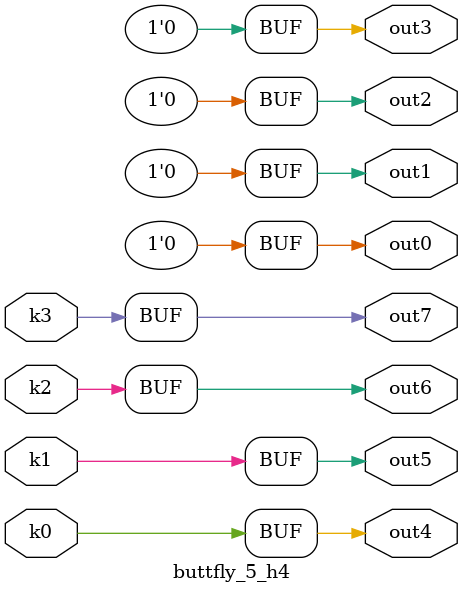
<source format=v>
module buttfly_5(pi0, pi1, pi2, pi3, pi4, pi5, pi6, pi7, po0, po1, po2, po3, po4, po5, po6, po7);
input pi0, pi1, pi2, pi3, pi4, pi5, pi6, pi7;
output po0, po1, po2, po3, po4, po5, po6, po7;
wire k0, k1, k2, k3;
buttfly_5_w4 DUT1 (pi0, pi1, pi2, pi3, pi4, pi5, pi6, pi7, k0, k1, k2, k3);
buttfly_5_h4 DUT2 (k0, k1, k2, k3, po0, po1, po2, po3, po4, po5, po6, po7);
endmodule

module buttfly_5_w4(in7, in6, in5, in4, in3, in2, in1, in0, k3, k2, k1, k0);
input in7, in6, in5, in4, in3, in2, in1, in0;
output k3, k2, k1, k0;
assign k0 =   (((~in7 & (~in5 | in2)) | (~in5 & in2)) & (~in6 | ~in4)) | (~in6 & ~in4);
assign k1 =   (((in7 & (in5 | in3)) | (in5 & in3)) & (in6 | in4)) | (in6 & in4);
assign k2 =   ((in6 ^ in4) & ((in3 & (in7 | in5)) | (in7 & in5))) | (((~in7 & ~in5) | (in2 & (~in7 | ~in5))) & (~in6 ^ in4));
assign k3 =   (in3 & (in7 ^ in5)) | (in2 & (~in7 ^ in5));
endmodule

module buttfly_5_h4(k3, k2, k1, k0, out7, out6, out5, out4, out3, out2, out1, out0);
input k3, k2, k1, k0;
output out7, out6, out5, out4, out3, out2, out1, out0;
assign out0 = 0;
assign out1 = 0;
assign out2 = 0;
assign out3 = 0;
assign out4 = k0;
assign out5 = k1;
assign out6 = k2;
assign out7 = k3;
endmodule

</source>
